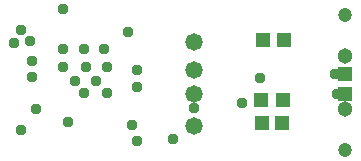
<source format=gbr>
G04 EAGLE Gerber RS-274X export*
G75*
%MOMM*%
%FSLAX34Y34*%
%LPD*%
%INSoldermask Bottom*%
%IPPOS*%
%AMOC8*
5,1,8,0,0,1.08239X$1,22.5*%
G01*
%ADD10R,1.203200X1.303200*%
%ADD11R,1.303200X1.203200*%
%ADD12C,1.303200*%
%ADD13C,1.203200*%
%ADD14C,1.473200*%
%ADD15C,0.959600*%


D10*
X1204840Y445770D03*
X1187840Y445770D03*
D11*
X1204070Y394970D03*
X1186070Y394970D03*
D12*
X1256600Y432500D03*
X1256600Y387500D03*
D13*
X1256600Y467000D03*
X1256600Y353000D03*
D11*
X1203570Y375920D03*
X1186570Y375920D03*
D14*
X1129030Y420370D03*
X1128776Y400050D03*
X1129030Y444500D03*
X1129030Y373380D03*
D10*
X1257300Y400440D03*
X1257300Y417440D03*
D15*
X994918Y387858D03*
X982980Y370332D03*
X976884Y443484D03*
X1076960Y374142D03*
X1203960Y375920D03*
X1018540Y422910D03*
X1018540Y438150D03*
X1037590Y422910D03*
X1055370Y422910D03*
X1028700Y411480D03*
X1046480Y411480D03*
X1036320Y401320D03*
X1055370Y401320D03*
X1052830Y438150D03*
X1036320Y438150D03*
X1250070Y400440D03*
X992124Y414528D03*
X1022604Y376428D03*
X1072896Y452628D03*
X990600Y445008D03*
X1204468Y445262D03*
X1080770Y406400D03*
X1018540Y472440D03*
X1248800Y417440D03*
X982980Y454914D03*
X1080770Y360426D03*
X992124Y428244D03*
X1080516Y420624D03*
X1184656Y413766D03*
X1169924Y392430D03*
X1111250Y362204D03*
X1129284Y388366D03*
M02*

</source>
